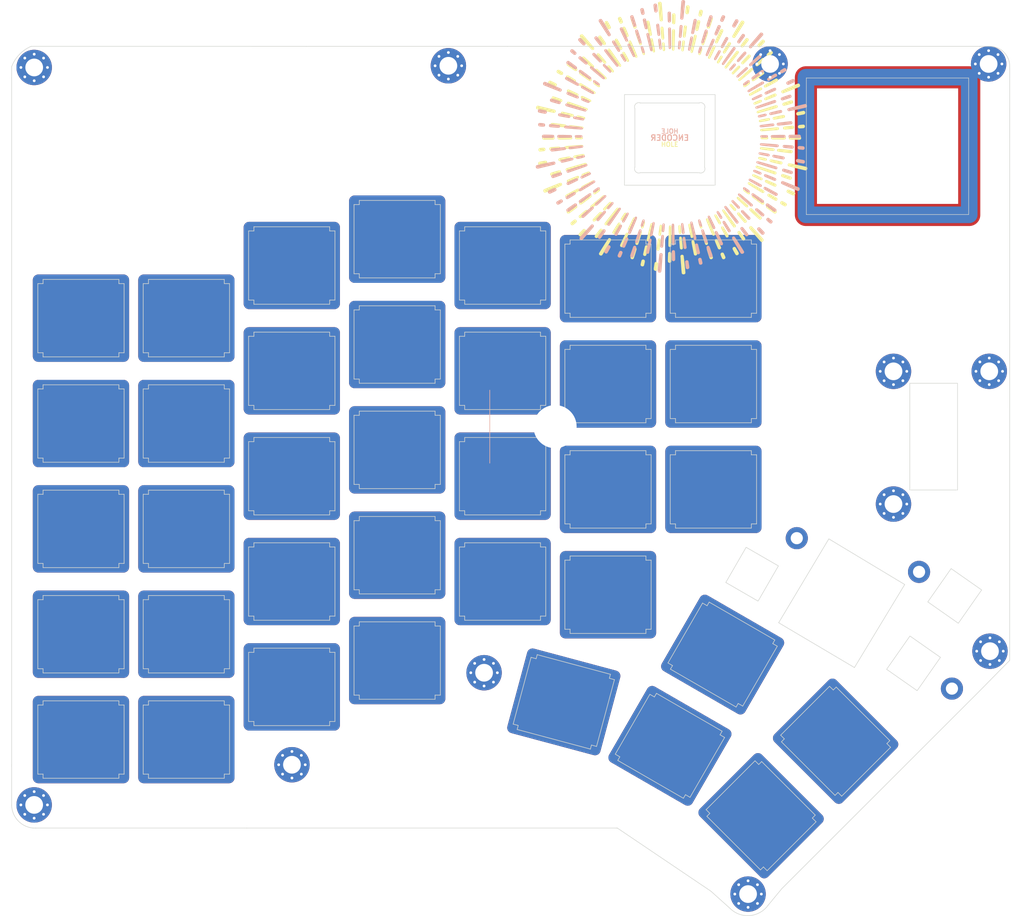
<source format=kicad_pcb>
(kicad_pcb (version 20211014) (generator pcbnew)
  (layers (0 "F.Cu" signal) (31 "B.Cu" signal) (34 "B.Paste" user) (35 "F.Paste" user) (36 "B.SilkS" user "B.Silkscreen") (37 "F.SilkS" user "F.Silkscreen") (38 "B.Mask" user) (39 "F.Mask" user) (44 "Edge.Cuts" user))
  (net 0 "")
  (net 1 "/SHIELD1")
  (net 2 "/SHIELD5")
  (net 3 "/SHIELD6")
  (net 4 "/SHIELD8")
  (net 5 "/SHIELD4")
  (net 8 "/SHIELD2")
  (net 9 "/SHIELD3")
  (net 10 "/SHIELD7")
  (net 11 "/SHIELD9")
  (net 12 "/SHIELD12")
  (footprint "Keebio-Parts:MX-Alps_Switch_Cutout" (layer "F.Cu") (at 47.163361 66.99924 180)
    (fp_text reference "SW32" hide)
    (fp_text value "SW_PUSH_LED" hide)
    (fp_line (start -6.85 6.25) (end -7.8 6.25) (layer "Edge.Cuts") (width 0.12))
    (fp_line (start 6.85 -7) (end 6.85 -6.25) (layer "Edge.Cuts") (width 0.12))
    (fp_line (start -7.8 6.25) (end -7.8 -6.25) (layer "Edge.Cuts") (width 0.12))
    (fp_line (start 7.8 -6.25) (end 7.8 6.25) (layer "Edge.Cuts") (width 0.12))
    (fp_line (start -6.85 -7) (end 6.85 -7) (layer "Edge.Cuts") (width 0.12))
    (fp_line (start -7.8 -6.25) (end -6.85 -6.25) (layer "Edge.Cuts") (width 0.12))
    (fp_line (start 7.8 6.25) (end 6.85 6.25) (layer "Edge.Cuts") (width 0.12))
    (fp_line (start -6.85 -6.25) (end -6.85 -7) (layer "Edge.Cuts") (width 0.12))
    (fp_line (start 6.85 6.25) (end 6.85 7) (layer "Edge.Cuts") (width 0.12))
    (fp_line (start 6.85 7) (end -6.85 7) (layer "Edge.Cuts") (width 0.12))
    (fp_line (start -6.85 7) (end -6.85 6.25) (layer "Edge.Cuts") (width 0.12))
    (fp_line (start 6.85 -6.25) (end 7.8 -6.25) (layer "Edge.Cuts") (width 0.12))
  )
  (footprint "Keebio-Parts:MX-Alps_Switch_Cutout" (layer "F.Cu") (at 142.413362 117.00549 180)
    (fp_text reference "SW10" hide)
    (fp_text value "SW_PUSH_LED" hide)
    (fp_line (start 6.85 -6.25) (end 7.8 -6.25) (layer "Edge.Cuts") (width 0.12))
    (fp_line (start -6.85 -7) (end 6.85 -7) (layer "Edge.Cuts") (width 0.12))
    (fp_line (start 6.85 7) (end -6.85 7) (layer "Edge.Cuts") (width 0.12))
    (fp_line (start 6.85 6.25) (end 6.85 7) (layer "Edge.Cuts") (width 0.12))
    (fp_line (start -6.85 6.25) (end -7.8 6.25) (layer "Edge.Cuts") (width 0.12))
    (fp_line (start 7.8 -6.25) (end 7.8 6.25) (layer "Edge.Cuts") (width 0.12))
    (fp_line (start -7.8 -6.25) (end -6.85 -6.25) (layer "Edge.Cuts") (width 0.12))
    (fp_line (start -6.85 7) (end -6.85 6.25) (layer "Edge.Cuts") (width 0.12))
    (fp_line (start -7.8 6.25) (end -7.8 -6.25) (layer "Edge.Cuts") (width 0.12))
    (fp_line (start -6.85 -6.25) (end -6.85 -7) (layer "Edge.Cuts") (width 0.12))
    (fp_line (start 6.85 -7) (end 6.85 -6.25) (layer "Edge.Cuts") (width 0.12))
    (fp_line (start 7.8 6.25) (end 6.85 6.25) (layer "Edge.Cuts") (width 0.12))
  )
  (footprint "DjinnFootprints:MountingHole_3.2mm_M3_Pad_Via" (layer "F.Cu") (at 211.315 76.61)
    (fp_text reference "DRILL4" hide)
    (fp_text value "Drill Mountpoint")
  )
  (footprint "DjinnFootprints:Speaker_Holes" (layer "F.Cu") (at 48.514 41.1734 180)
    (fp_text reference locked "BZ1" hide)
    (fp_text value locked "Buzzer" hide)
  )
  (footprint "Keebio-Parts:MX-Alps_Switch_Cutout" (layer "F.Cu") (at 47.163361 143.19924 180)
    (fp_text reference "SW37" hide)
    (fp_text value "SW_PUSH_LED" hide)
    (fp_line (start 6.85 -6.25) (end 7.8 -6.25) (layer "Edge.Cuts") (width 0.12))
    (fp_line (start -7.8 -6.25) (end -6.85 -6.25) (layer "Edge.Cuts") (width 0.12))
    (fp_line (start 7.8 -6.25) (end 7.8 6.25) (layer "Edge.Cuts") (width 0.12))
    (fp_line (start 6.85 7) (end -6.85 7) (layer "Edge.Cuts") (width 0.12))
    (fp_line (start 6.85 -7) (end 6.85 -6.25) (layer "Edge.Cuts") (width 0.12))
    (fp_line (start -6.85 -7) (end 6.85 -7) (layer "Edge.Cuts") (width 0.12))
    (fp_line (start -7.8 6.25) (end -7.8 -6.25) (layer "Edge.Cuts") (width 0.12))
    (fp_line (start -6.85 -6.25) (end -6.85 -7) (layer "Edge.Cuts") (width 0.12))
    (fp_line (start 6.85 6.25) (end 6.85 7) (layer "Edge.Cuts") (width 0.12))
    (fp_line (start -6.85 6.25) (end -7.8 6.25) (layer "Edge.Cuts") (width 0.12))
    (fp_line (start -6.85 7) (end -6.85 6.25) (layer "Edge.Cuts") (width 0.12))
    (fp_line (start 7.8 6.25) (end 6.85 6.25) (layer "Edge.Cuts") (width 0.12))
  )
  (footprint "Keebio-Parts:MX-Alps_Switch_Cutout" (layer "F.Cu") (at 104.313362 71.76174 180)
    (fp_text reference "SW18" hide)
    (fp_text value "SW_PUSH_LED" hide)
    (fp_line (start -6.85 6.25) (end -7.8 6.25) (layer "Edge.Cuts") (width 0.12))
    (fp_line (start -7.8 -6.25) (end -6.85 -6.25) (layer "Edge.Cuts") (width 0.12))
    (fp_line (start -6.85 -7) (end 6.85 -7) (layer "Edge.Cuts") (width 0.12))
    (fp_line (start -6.85 -6.25) (end -6.85 -7) (layer "Edge.Cuts") (width 0.12))
    (fp_line (start 6.85 -7) (end 6.85 -6.25) (layer "Edge.Cuts") (width 0.12))
    (fp_line (start 6.85 6.25) (end 6.85 7) (layer "Edge.Cuts") (width 0.12))
    (fp_line (start -6.85 7) (end -6.85 6.25) (layer "Edge.Cuts") (width 0.12))
    (fp_line (start 7.8 -6.25) (end 7.8 6.25) (layer "Edge.Cuts") (width 0.12))
    (fp_line (start 6.85 -6.25) (end 7.8 -6.25) (layer "Edge.Cuts") (width 0.12))
    (fp_line (start 6.85 7) (end -6.85 7) (layer "Edge.Cuts") (width 0.12))
    (fp_line (start -7.8 6.25) (end -7.8 -6.25) (layer "Edge.Cuts") (width 0.12))
    (fp_line (start 7.8 6.25) (end 6.85 6.25) (layer "Edge.Cuts") (width 0.12))
  )
  (footprint "Buzzard:M2_HOLE_PCB" (layer "F.Cu") (at 176.53 106.7816)
    (fp_text reference "TH2" hide)
    (fp_text value "HOLE")
  )
  (footprint "Keebio-Parts:MX-Alps_Switch_Cutout" (layer "F.Cu") (at 142.413362 97.95549 180)
    (fp_text reference locked "SW9" hide)
    (fp_text value "SW_PUSH_LED" hide)
    (fp_line (start -6.85 -6.25) (end -6.85 -7) (layer "Edge.Cuts") (width 0.12))
    (fp_line (start -7.8 6.25) (end -7.8 -6.25) (layer "Edge.Cuts") (width 0.12))
    (fp_line (start -6.85 7) (end -6.85 6.25) (layer "Edge.Cuts") (width 0.12))
    (fp_line (start -6.85 6.25) (end -7.8 6.25) (layer "Edge.Cuts") (width 0.12))
    (fp_line (start 7.8 -6.25) (end 7.8 6.25) (layer "Edge.Cuts") (width 0.12))
    (fp_line (start 6.85 6.25) (end 6.85 7) (layer "Edge.Cuts") (width 0.12))
    (fp_line (start 6.85 7) (end -6.85 7) (layer "Edge.Cuts") (width 0.12))
    (fp_line (start 6.85 -7) (end 6.85 -6.25) (layer "Edge.Cuts") (width 0.12))
    (fp_line (start -6.85 -7) (end 6.85 -7) (layer "Edge.Cuts") (width 0.12))
    (fp_line (start -7.8 -6.25) (end -6.85 -6.25) (layer "Edge.Cuts") (width 0.12))
    (fp_line (start 6.85 -6.25) (end 7.8 -6.25) (layer "Edge.Cuts") (width 0.12))
    (fp_line (start 7.8 6.25) (end 6.85 6.25) (layer "Edge.Cuts") (width 0.12))
  )
  (footprint "Keebio-Parts:MX-Alps_Switch_Cutout" (layer "F.Cu") (at 104.313362 128.91174 180)
    (fp_text reference "SW26" hide)
    (fp_text value "SW_PUSH_LED" hide)
    (fp_line (start -6.85 7) (end -6.85 6.25) (layer "Edge.Cuts") (width 0.12))
    (fp_line (start -7.8 6.25) (end -7.8 -6.25) (layer "Edge.Cuts") (width 0.12))
    (fp_line (start 7.8 -6.25) (end 7.8 6.25) (layer "Edge.Cuts") (width 0.12))
    (fp_line (start -7.8 -6.25) (end -6.85 -6.25) (layer "Edge.Cuts") (width 0.12))
    (fp_line (start 6.85 7) (end -6.85 7) (layer "Edge.Cuts") (width 0.12))
    (fp_line (start -6.85 -6.25) (end -6.85 -7) (layer "Edge.Cuts") (width 0.12))
    (fp_line (start 6.85 6.25) (end 6.85 7) (layer "Edge.Cuts") (width 0.12))
    (fp_line (start -6.85 6.25) (end -7.8 6.25) (layer "Edge.Cuts") (width 0.12))
    (fp_line (start 6.85 -7) (end 6.85 -6.25) (layer "Edge.Cuts") (width 0.12))
    (fp_line (start 6.85 -6.25) (end 7.8 -6.25) (layer "Edge.Cuts") (width 0.12))
    (fp_line (start 7.8 6.25) (end 6.85 6.25) (layer "Edge.Cuts") (width 0.12))
    (fp_line (start -6.85 -7) (end 6.85 -7) (layer "Edge.Cuts") (width 0.12))
  )
  (footprint "Keebio-Parts:MX-Alps_Switch_Cutout" (layer "F.Cu") (at 123.363362 57.47424 180)
    (fp_text reference "SW12" hide)
    (fp_text value "SW_PUSH_LED" hide)
    (fp_line (start -7.8 6.25) (end -7.8 -6.25) (layer "Edge.Cuts") (width 0.12))
    (fp_line (start 6.85 -6.25) (end 7.8 -6.25) (layer "Edge.Cuts") (width 0.12))
    (fp_line (start -6.85 6.25) (end -7.8 6.25) (layer "Edge.Cuts") (width 0.12))
    (fp_line (start 6.85 6.25) (end 6.85 7) (layer "Edge.Cuts") (width 0.12))
    (fp_line (start -6.85 7) (end -6.85 6.25) (layer "Edge.Cuts") (width 0.12))
    (fp_line (start 6.85 -7) (end 6.85 -6.25) (layer "Edge.Cuts") (width 0.12))
    (fp_line (start 6.85 7) (end -6.85 7) (layer "Edge.Cuts") (width 0.12))
    (fp_line (start 7.8 -6.25) (end 7.8 6.25) (layer "Edge.Cuts") (width 0.12))
    (fp_line (start -7.8 -6.25) (end -6.85 -6.25) (layer "Edge.Cuts") (width 0.12))
    (fp_line (start 7.8 6.25) (end 6.85 6.25) (layer "Edge.Cuts") (width 0.12))
    (fp_line (start -6.85 -7) (end 6.85 -7) (layer "Edge.Cuts") (width 0.12))
    (fp_line (start -6.85 -6.25) (end -6.85 -7) (layer "Edge.Cuts") (width 0.12))
  )
  (footprint "Keebio-Parts:MX-Alps_Switch_Cutout" (layer "F.Cu") (at 170.077215 156.969135 135)
    (fp_text reference "SW6" hide)
    (fp_text value "SW_PUSH_LED" hide)
    (fp_line (start -6.85 6.25) (end -7.8 6.25) (layer "Edge.Cuts") (width 0.12))
    (fp_line (start 6.85 -7) (end 6.85 -6.25) (layer "Edge.Cuts") (width 0.12))
    (fp_line (start -6.85 7) (end -6.85 6.25) (layer "Edge.Cuts") (width 0.12))
    (fp_line (start -6.85 -6.25) (end -6.85 -7) (layer "Edge.Cuts") (width 0.12))
    (fp_line (start 7.8 6.25) (end 6.85 6.25) (layer "Edge.Cuts") (width 0.12))
    (fp_line (start -6.85 -7) (end 6.85 -7) (layer "Edge.Cuts") (width 0.12))
    (fp_line (start -7.8 -6.25) (end -6.85 -6.25) (layer "Edge.Cuts") (width 0.12))
    (fp_line (start 6.85 7) (end -6.85 7) (layer "Edge.Cuts") (width 0.12))
    (fp_line (start 7.8 -6.25) (end 7.8 6.25) (layer "Edge.Cuts") (width 0.12))
    (fp_line (start 6.85 6.25) (end 6.85 7) (layer "Edge.Cuts") (width 0.12))
    (fp_line (start 6.85 -6.25) (end 7.8 -6.25) (layer "Edge.Cuts") (width 0.12))
    (fp_line (start -7.8 6.25) (end -7.8 -6.25) (layer "Edge.Cuts") (width 0.12))
  )
  (footprint "Keebio-Parts:MX-Alps_Switch_Cutout" (layer "F.Cu") (at 85.263362 57.47424 180)
    (fp_text reference "SW22" hide)
    (fp_text value "SW_PUSH_LED" hide)
    (fp_line (start -7.8 6.25) (end -7.8 -6.25) (layer "Edge.Cuts") (width 0.12))
    (fp_line (start 6.85 -7) (end 6.85 -6.25) (layer "Edge.Cuts") (width 0.12))
    (fp_line (start 7.8 6.25) (end 6.85 6.25) (layer "Edge.Cuts") (width 0.12))
    (fp_line (start -6.85 -7) (end 6.85 -7) (layer "Edge.Cuts") (width 0.12))
    (fp_line (start -6.85 7) (end -6.85 6.25) (layer "Edge.Cuts") (width 0.12))
    (fp_line (start 6.85 7) (end -6.85 7) (layer "Edge.Cuts") (width 0.12))
    (fp_line (start -7.8 -6.25) (end -6.85 -6.25) (layer "Edge.Cuts") (width 0.12))
    (fp_line (start -6.85 -6.25) (end -6.85 -7) (layer "Edge.Cuts") (width 0.12))
    (fp_line (start 6.85 6.25) (end 6.85 7) (layer "Edge.Cuts") (width 0.12))
    (fp_line (start 7.8 -6.25) (end 7.8 6.25) (layer "Edge.Cuts") (width 0.12))
    (fp_line (start 6.85 -6.25) (end 7.8 -6.25) (layer "Edge.Cuts") (width 0.12))
    (fp_line (start -6.85 6.25) (end -7.8 6.25) (layer "Edge.Cuts") (width 0.12))
  )
  (footprint "MountingHole:MountingHole_3.2mm_M3_Pad_Via" (layer "F.Cu") (at 194.008587 100.613623)
    (fp_text reference "DRILL13" hide)
    (fp_text value "Drill Mountpoint")
  )
  (footprint "Keebio-Parts:MX-Alps_Switch_Cutout" (layer "F.Cu") (at 85.263362 114.62424 180)
    (fp_text reference "SW25" hide)
    (fp_text value "SW_PUSH_LED" hide)
    (fp_line (start 6.85 7) (end -6.85 7) (layer "Edge.Cuts") (width 0.12))
    (fp_line (start 7.8 6.25) (end 6.85 6.25) (layer "Edge.Cuts") (width 0.12))
    (fp_line (start -7.8 -6.25) (end -6.85 -6.25) (layer "Edge.Cuts") (width 0.12))
    (fp_line (start -6.85 -6.25) (end -6.85 -7) (layer "Edge.Cuts") (width 0.12))
    (fp_line (start -7.8 6.25) (end -7.8 -6.25) (layer "Edge.Cuts") (width 0.12))
    (fp_line (start 6.85 -6.25) (end 7.8 -6.25) (layer "Edge.Cuts") (width 0.12))
    (fp_line (start 7.8 -6.25) (end 7.8 6.25) (layer "Edge.Cuts") (width 0.12))
    (fp_line (start 6.85 6.25) (end 6.85 7) (layer "Edge.Cuts") (width 0.12))
    (fp_line (start 6.85 -7) (end 6.85 -6.25) (layer "Edge.Cuts") (width 0.12))
    (fp_line (start -6.85 6.25) (end -7.8 6.25) (layer "Edge.Cuts") (width 0.12))
    (fp_line (start -6.85 7) (end -6.85 6.25) (layer "Edge.Cuts") (width 0.12))
    (fp_line (start -6.85 -7) (end 6.85 -7) (layer "Edge.Cuts") (width 0.12))
  )
  (footprint "libmodulo:SK8707-plate holet" (layer "F.Cu") (at 132.842 86.614 -90)
    (fp_text reference "U2" hide)
    (fp_text value "Hole")
  )
  (footprint "Keebio-Parts:MX-Alps_Switch_Cutout" (layer "F.Cu") (at 66.213362 105.09924 180)
    (fp_text reference "SW29" hide)
    (fp_text value "SW_PUSH_LED" hide)
    (fp_line (start -6.85 6.25) (end -7.8 6.25) (layer "Edge.Cuts") (width 0.12))
    (fp_line (start 6.85 7) (end -6.85 7) (layer "Edge.Cuts") (width 0.12))
    (fp_line (start 7.8 6.25) (end 6.85 6.25) (layer "Edge.Cuts") (width 0.12))
    (fp_line (start -7.8 -6.25) (end -6.85 -6.25) (layer "Edge.Cuts") (width 0.12))
    (fp_line (start -6.85 -7) (end 6.85 -7) (layer "Edge.Cuts") (width 0.12))
    (fp_line (start 6.85 -6.25) (end 7.8 -6.25) (layer "Edge.Cuts") (width 0.12))
    (fp_line (start 6.85 6.25) (end 6.85 7) (layer "Edge.Cuts") (width 0.12))
    (fp_line (start -7.8 6.25) (end -7.8 -6.25) (layer "Edge.Cuts") (width 0.12))
    (fp_line (start -6.85 7) (end -6.85 6.25) (layer "Edge.Cuts") (width 0.12))
    (fp_line (start -6.85 -6.25) (end -6.85 -7) (layer "Edge.Cuts") (width 0.12))
    (fp_line (start 7.8 -6.25) (end 7.8 6.25) (layer "Edge.Cuts") (width 0.12))
    (fp_line (start 6.85 -7) (end 6.85 -6.25) (layer "Edge.Cuts") (width 0.12))
  )
  (footprint "Buzzard:M2_HOLE_PCB" (layer "F.Cu") (at 204.5716 133.985)
    (fp_text reference "TH2" hide)
    (fp_text value "HOLE")
  )
  (footprint "Keebio-Parts:MX-Alps_Switch_Cutout" (layer "F.Cu") (at 104.313362 109.86174 180)
    (fp_text reference "SW20" hide)
    (fp_text value "SW_PUSH_LED" hide)
    (fp_line (start -6.85 -7) (end 6.85 -7) (layer "Edge.Cuts") (width 0.12))
    (fp_line (start 6.85 -7) (end 6.85 -6.25) (layer "Edge.Cuts") (width 0.12))
    (fp_line (start 7.8 6.25) (end 6.85 6.25) (layer "Edge.Cuts") (width 0.12))
    (fp_line (start -7.8 6.25) (end -7.8 -6.25) (layer "Edge.Cuts") (width 0.12))
    (fp_line (start -7.8 -6.25) (end -6.85 -6.25) (layer "Edge.Cuts") (width 0.12))
    (fp_line (start -6.85 -6.25) (end -6.85 -7) (layer "Edge.Cuts") (width 0.12))
    (fp_line (start 6.85 6.25) (end 6.85 7) (layer "Edge.Cuts") (width 0.12))
    (fp_line (start 7.8 -6.25) (end 7.8 6.25) (layer "Edge.Cuts") (width 0.12))
    (fp_line (start -6.85 6.25) (end -7.8 6.25) (layer "Edge.Cuts") (width 0.12))
    (fp_line (start 6.85 7) (end -6.85 7) (layer "Edge.Cuts") (width 0.12))
    (fp_line (start 6.85 -6.25) (end 7.8 -6.25) (layer "Edge.Cuts") (width 0.12))
    (fp_line (start -6.85 7) (end -6.85 6.25) (layer "Edge.Cuts") (width 0.12))
  )
  (footprint "Keebio-Parts:MX-Alps_Switch_Cutout" (layer "F.Cu") (at 85.263362 95.57424 180)
    (fp_text reference "SW24" hide)
    (fp_text value "SW_PUSH_LED" hide)
    (fp_line (start -6.85 7) (end -6.85 6.25) (layer "Edge.Cuts") (width 0.12))
    (fp_line (start -6.85 6.25) (end -7.8 6.25) (layer "Edge.Cuts") (width 0.12))
    (fp_line (start -6.85 -6.25) (end -6.85 -7) (layer "Edge.Cuts") (width 0.12))
    (fp_line (start 7.8 6.25) (end 6.85 6.25) (layer "Edge.Cuts") (width 0.12))
    (fp_line (start 7.8 -6.25) (end 7.8 6.25) (layer "Edge.Cuts") (width 0.12))
    (fp_line (start 6.85 6.25) (end 6.85 7) (layer "Edge.Cuts") (width 0.12))
    (fp_line (start 6.85 7) (end -6.85 7) (layer "Edge.Cuts") (width 0.12))
    (fp_line (start -7.8 6.25) (end -7.8 -6.25) (layer "Edge.Cuts") (width 0.12))
    (fp_line (start 6.85 -7) (end 6.85 -6.25) (layer "Edge.Cuts") (width 0.12))
    (fp_line (start 6.85 -6.25) (end 7.8 -6.25) (layer "Edge.Cuts") (width 0.12))
    (fp_line (start -7.8 -6.25) (end -6.85 -6.25) (layer "Edge.Cuts") (width 0.12))
    (fp_line (start -6.85 -7) (end 6.85 -7) (layer "Edge.Cuts") (width 0.12))
  )
  (footprint "DjinnFootprints:MountingHole_3.2mm_M3_Pad_Via" (layer "F.Cu") (at 113.5634 21.3614)
    (fp_text reference "DRILL5" hide)
    (fp_text value "Drill Mountpoint")
  )
  (footprint "MountingHole:MountingHole_3.2mm_M3_Pad_Via" (layer "F.Cu") (at 211.201 21.0312)
    (fp_text reference "DRILL6" hide)
    (fp_text value "Drill Mountpoint")
  )
  (footprint "MountingHole:MountingHole_3.2mm_M3_Pad_Via" (layer "F.Cu") (at 194.008589 76.613624)
    (fp_text reference "DRILL14" hide)
    (fp_text value "Drill Mountpoint")
  )
  (footprint "DjinnFootprints:MountingHole_3.2mm_M3_Pad_Via" (layer "F.Cu") (at 120.015 131.1148)
    (fp_text reference "DRILL12" hide)
    (fp_text value "Drill Mountpoint")
  )
  (footprint "DjinnFootprints:MountingHole_3.2mm_M3_Pad_Via" (layer "F.Cu") (at 85.2932 147.7518)
    (fp_text reference "DRILL9" hide)
    (fp_text value "Drill Mountpoint")
  )
  (footprint "Keebio-Parts:MX-Alps_Switch_Cutout" (layer "F.Cu") (at 123.363362 76.52424 180)
    (fp_text reference "SW13" hide)
    (fp_text value "SW_PUSH_LED" hide)
    (fp_line (start -6.85 -6.25) (end -6.85 -7) (layer "Edge.Cuts") (width 0.12))
    (fp_line (start 7.8 6.25) (end 6.85 6.25) (layer "Edge.Cuts") (width 0.12))
    (fp_line (start 6.85 -6.25) (end 7.8 -6.25) (layer "Edge.Cuts") (width 0.12))
    (fp_line (start 6.85 7) (end -6.85 7) (layer "Edge.Cuts") (width 0.12))
    (fp_line (start 6.85 6.25) (end 6.85 7) (layer "Edge.Cuts") (width 0.12))
    (fp_line (start -6.85 6.25) (end -7.8 6.25) (layer "Edge.Cuts") (width 0.12))
    (fp_line (start -7.8 6.25) (end -7.8 -6.25) (layer "Edge.Cuts") (width 0.12))
    (fp_line (start -7.8 -6.25) (end -6.85 -6.25) (layer "Edge.Cuts") (width 0.12))
    (fp_line (start -6.85 7) (end -6.85 6.25) (layer "Edge.Cuts") (width 0.12))
    (fp_line (start 6.85 -7) (end 6.85 -6.25) (layer "Edge.Cuts") (width 0.12))
    (fp_line (start 7.8 -6.25) (end 7.8 6.25) (layer "Edge.Cuts") (width 0.12))
    (fp_line (start -6.85 -7) (end 6.85 -7) (layer "Edge.Cuts") (width 0.12))
  )
  (footprint "DjinnFootprints:MountingHole_3.2mm_M3_Pad_Via" (layer "F.Cu") (at 211.445 127.215)
    (fp_text reference "DRILL7" hide)
    (fp_text value "Drill Mountpoint")
  )
  (footprint "Keebio-Parts:MX-Alps_Switch_Cutout" (layer "F.Cu") (at 161.463361 97.95549 180)
    (fp_text reference "SW3" hide)
    (fp_text value "SW_PUSH_LED" hide)
    (fp_line (start 6.85 7) (end -6.85 7) (layer "Edge.Cuts") (width 0.12))
    (fp_line (start 6.85 -6.25) (end 7.8 -6.25) (layer "Edge.Cuts") (width 0.12))
    (fp_line (start 6.85 -7) (end 6.85 -6.25) (layer "Edge.Cuts") (width 0.12))
    (fp_line (start -7.8 6.25) (end -7.8 -6.25) (layer "Edge.Cuts") (width 0.12))
    (fp_line (start -6.85 -7) (end 6.85 -7) (layer "Edge.Cuts") (width 0.12))
    (fp_line (start -6.85 -6.25) (end -6.85 -7) (layer "Edge.Cuts") (width 0.12))
    (fp_line (start 6.85 6.25) (end 6.85 7) (layer "Edge.Cuts") (width 0.12))
    (fp_line (start 7.8 6.25) (end 6.85 6.25) (layer "Edge.Cuts") (width 0.12))
    (fp_line (start -6.85 7) (end -6.85 6.25) (layer "Edge.Cuts") (width 0.12))
    (fp_line (start 7.8 -6.25) (end 7.8 6.25) (layer "Edge.Cuts") (width 0.12))
    (fp_line (start -6.85 6.25) (end -7.8 6.25) (layer "Edge.Cuts") (width 0.12))
    (fp_line (start -7.8 -6.25) (end -6.85 -6.25) (layer "Edge.Cuts") (width 0.12))
  )
  (footprint "Keebio-Parts:MX-Alps_Switch_Cutout" (layer "F.Cu") (at 104.313362 52.71174 180)
    (fp_text reference "SW17" hide)
    (fp_text value "SW_PUSH_LED" hide)
    (fp_line (start 6.85 -7) (end 6.85 -6.25) (layer "Edge.Cuts") (width 0.12))
    (fp_line (start -6.85 7) (end -6.85 6.25) (layer "Edge.Cuts") (width 0.12))
    (fp_line (start -6.85 -6.25) (end -6.85 -7) (layer "Edge.Cuts") (width 0.12))
    (fp_line (start 6.85 6.25) (end 6.85 7) (layer "Edge.Cuts") (width 0.12))
    (fp_line (start -6.85 -7) (end 6.85 -7) (layer "Edge.Cuts") (width 0.12))
    (fp_line (start -7.8 6.25) (end -7.8 -6.25) (layer "Edge.Cuts") (width 0.12))
    (fp_line (start 7.8 6.25) (end 6.85 6.25) (layer "Edge.Cuts") (width 0.12))
    (fp_line (start 6.85 7) (end -6.85 7) (layer "Edge.Cuts") (width 0.12))
    (fp_line (start 7.8 -6.25) (end 7.8 6.25) (layer "Edge.Cuts") (width 0.12))
    (fp_line (start -6.85 6.25) (end -7.8 6.25) (layer "Edge.Cuts") (width 0.12))
    (fp_line (start 6.85 -6.25) (end 7.8 -6.25) (layer "Edge.Cuts") (width 0.12))
    (fp_line (start -7.8 -6.25) (end -6.85 -6.25) (layer "Edge.Cuts") (width 0.12))
  )
  (footprint "Keebio-Parts:MX-Alps_Switch_Cutout" (layer "F.Cu") (at 163.130236 127.831957 150)
    (fp_text reference locked "SW11" hide)
    (fp_text value "SW_PUSH_LED" hide)
    (fp_line (start -6.85 -6.25) (end -6.85 -7) (layer "Edge.Cuts") (width 0.12))
    (fp_line (start -6.85 6.25) (end -7.8 6.25) (layer "Edge.Cuts") (width 0.12))
    (fp_line (start 6.85 -7) (end 6.85 -6.25) (layer "Edge.Cuts") (width 0.12))
    (fp_line (start -7.8 6.25) (end -7.8 -6.25) (layer "Edge.Cuts") (width 0.12))
    (fp_line (start 6.85 6.25) (end 6.85 7) (layer "Edge.Cuts") (width 0.12))
    (fp_line (start -6.85 -7) (end 6.85 -7) (layer "Edge.Cuts") (width 0.12))
    (fp_line (start 6.85 7) (end -6.85 7) (layer "Edge.Cuts") (width 0.12))
    (fp_line (start 6.85 -6.25) (end 7.8 -6.25) (layer "Edge.Cuts") (width 0.12))
    (fp_line (start -7.8 -6.25) (end -6.85 -6.25) (layer "Edge.Cuts") (width 0.12))
    (fp_line (start -6.85 7) (end -6.85 6.25) (layer "Edge.Cuts") (width 0.12))
    (fp_line (start 7.8 6.25) (end 6.85 6.25) (layer "Edge.Cuts") (width 0.12))
    (fp_line (start 7.8 -6.25) (end 7.8 6.25) (layer "Edge.Cuts") (width 0.12))
  )
  (footprint "Keebio-Parts:MX-Alps_Switch_Cutout" (layer "F.Cu") (at 134.42321 136.384287 165)
    (fp_text reference "SW21" hide)
    (fp_text value "SW_PUSH_LED" hide)
    (fp_line (start 7.8 6.25) (end 6.85 6.25) (layer "Edge.Cuts") (width 0.12))
    (fp_line (start -6.85 6.25) (end -7.8 6.25) (layer "Edge.Cuts") (width 0.12))
    (fp_line (start -7.8 -6.25) (end -6.85 -6.25) (layer "Edge.Cuts") (width 0.12))
    (fp_line (start 6.85 -7) (end 6.85 -6.25) (layer "Edge.Cuts") (width 0.12))
    (fp_line (start -6.85 -6.25) (end -6.85 -7) (layer "Edge.Cuts") (width 0.12))
    (fp_line (start 7.8 -6.25) (end 7.8 6.25) (layer "Edge.Cuts") (width 0.12))
    (fp_line (start -6.85 -7) (end 6.85 -7) (layer "Edge.Cuts") (width 0.12))
    (fp_line (start 6.85 -6.25) (end 7.8 -6.25) (layer "Edge.Cuts") (width 0.12))
    (fp_line (start -7.8 6.25) (end -7.8 -6.25) (layer "Edge.Cuts") (width 0.12))
    (fp_line (start 6.85 6.25) (end 6.85 7) (layer "Edge.Cuts") (width 0.12))
    (fp_line (start 6.85 7) (end -6.85 7) (layer "Edge.Cuts") (width 0.12))
    (fp_line (start -6.85 7) (end -6.85 6.25) (layer "Edge.Cuts") (width 0.12))
  )
  (footprint "Keebio-Parts:MX-Alps_Switch_Cutout" (layer "F.Cu") (at 123.363362 95.57424 180)
    (fp_text reference "SW14" hide)
    (fp_text value "SW_PUSH_LED" hide)
    (fp_line (start -7.8 -6.25) (end -6.85 -6.25) (layer "Edge.Cuts") (width 0.12))
    (fp_line (start -6.85 7) (end -6.85 6.25) (layer "Edge.Cuts") (width 0.12))
    (fp_line (start -6.85 -7) (end 6.85 -7) (layer "Edge.Cuts") (width 0.12))
    (fp_line (start 6.85 -7) (end 6.85 -6.25) (layer "Edge.Cuts") (width 0.12))
    (fp_line (start 6.85 -6.25) (end 7.8 -6.25) (layer "Edge.Cuts") (width 0.12))
    (fp_line (start 7.8 -6.25) (end 7.8 6.25) (layer "Edge.Cuts") (width 0.12))
    (fp_line (start 7.8 6.25) (end 6.85 6.25) (layer "Edge.Cuts") (width 0.12))
    (fp_line (start -6.85 6.25) (end -7.8 6.25) (layer "Edge.Cuts") (width 0.12))
    (fp_line (start -6.85 -6.25) (end -6.85 -7) (layer "Edge.Cuts") (width 0.12))
    (fp_line (start 6.85 6.25) (end 6.85 7) (layer "Edge.Cuts") (width 0.12))
    (fp_line (start -7.8 6.25) (end -7.8 -6.25) (layer "Edge.Cuts") (width 0.12))
    (fp_line (start 6.85 7) (end -6.85 7) (layer "Edge.Cuts") (width 0.12))
  )
  (footprint "Keebio-Parts:MX-Alps_Switch_Cutout" (layer "F.Cu") (at 47.163361 124.14924 180)
    (fp_text reference "SW35" hide)
    (fp_text value "SW_PUSH_LED" hide)
    (fp_line (start 6.85 -6.25) (end 7.8 -6.25) (layer "Edge.Cuts") (width 0.12))
    (fp_line (start -6.85 6.25) (end -7.8 6.25) (layer "Edge.Cuts") (width 0.12))
    (fp_line (start -7.8 -6.25) (end -6.85 -6.25) (layer "Edge.Cuts") (width 0.12))
    (fp_line (start 7.8 6.25) (end 6.85 6.25) (layer "Edge.Cuts") (width 0.12))
    (fp_line (start 7.8 -6.25) (end 7.8 6.25) (layer "Edge.Cuts") (width 0.12))
    (fp_line (start -6.85 -7) (end 6.85 -7) (layer "Edge.Cuts") (width 0.12))
    (fp_line (start -6.85 -6.25) (end -6.85 -7) (layer "Edge.Cuts") (width 0.12))
    (fp_line (start 6.85 6.25) (end 6.85 7) (layer "Edge.Cuts") (width 0.12))
    (fp_line (start -6.85 7) (end -6.85 6.25) (layer "Edge.Cuts") (width 0.12))
    (fp_line (start -7.8 6.25) (end -7.8 -6.25) (layer "Edge.Cuts") (width 0.12))
    (fp_line (start 6.85 -7) (end 6.85 -6.25) (layer "Edge.Cuts") (width 0.12))
    (fp_line (start 6.85 7) (end -6.85 7) (layer "Edge.Cuts") (width 0.12))
  )
  (footprint "reversible-kicad-footprints:MX-1U-EC11_Switch_Cutout" (layer "F.Cu") (at 153.5684 34.3916 180)
    (fp_text reference "SW38")
    (fp_text value "RotaryEncoder_Switch")
    (fp_line (start 5.3 6.3) (end -5.3 6.3) (layer "Edge.Cuts") (width 0.1))
    (fp_line (start -6.3 5.3) (end -6.3 -5.3) (layer "Edge.Cuts") (width 0.1))
    (fp_line (start 6.3 -5.3) (end 6.3 5.3) (layer "Edge.Cuts") (width 0.1))
    (fp_line (start -5.3 -6.3) (end 5.3 -6.3) (layer "Edge.Cuts") (width 0.1))
    (fp_arc (start -6.3 -5.3) (mid -6.138516 -6.138516) (end -5.3 -6.3) (layer "Edge.Cuts") (width 0.1))
    (fp_arc (start -5.3 6.3) (mid -6.138516 6.138516) (end -6.3 5.3) (layer "Edge.Cuts") (width 0.1))
    (fp_arc (start 6.3 5.3) (mid 6.138516 6.138516) (end 5.3 6.3) (layer "Edge.Cuts") (width 0.1))
    (fp_arc (start 5.3 -6.3) (mid 6.138516 -6.138516) (end 6.3 -5.3) (layer "Edge.Cuts") (width 0.1))
  )
  (footprint "Keebio-Parts:MX-Alps_Switch_Cutout" (layer "F.Cu") (at 142.413362 78.90549 180)
    (fp_text reference locked "SW8" hide)
    (fp_text value "SW_PUSH_LED" hide)
    (fp_line (start -6.85 6.25) (end -7.8 6.25) (layer "Edge.Cuts") (width 0.12))
    (fp_line (start 6.85 7) (end -6.85 7) (layer "Edge.Cuts") (width 0.12))
    (fp_line (start -7.8 6.25) (end -7.8 -6.25) (layer "Edge.Cuts") (width 0.12))
    (fp_line (start 6.85 -6.25) (end 7.8 -6.25) (layer "Edge.Cuts") (width 0.12))
    (fp_line (start -7.8 -6.25) (end -6.85 -6.25) (layer "Edge.Cuts") (width 0.12))
    (fp_line (start -6.85 -7) (end 6.85 -7) (layer "Edge.Cuts") (width 0.12))
    (fp_line (start -6.85 -6.25) (end -6.85 -7) (layer "Edge.Cuts") (width 0.12))
    (fp_line (start 7.8 6.25) (end 6.85 6.25) (layer "Edge.Cuts") (width 0.12))
    (fp_line (start -6.85 7) (end -6.85 6.25) (layer "Edge.Cuts") (width 0.12))
    (fp_line (start 7.8 -6.25) (end 7.8 6.25) (layer "Edge.Cuts") (width 0.12))
    (fp_line (start 6.85 6.25) (end 6.85 7) (layer "Edge.Cuts") (width 0.12))
    (fp_line (start 6.85 -7) (end 6.85 -6.25) (layer "Edge.Cuts") (width 0.12))
  )
  (footprint "Buzzard:M2_HOLE_PCB" (layer "F.Cu") (at 198.628 112.8776)
    (fp_text reference "TH2" hide)
    (fp_text value "HOLE")
  )
  (footprint "Keebio-Parts:MX-Alps_Switch_Cutout" (layer "F.Cu") (at 66.213362 86.04924 180)
    (fp_text reference "SW28" hide)
    (fp_text value "SW_PUSH_LED" hide)
    (fp_line (start -6.85 -7) (end 6.85 -7) (layer "Edge.Cuts") (width 0.12))
    (fp_line (start -6.85 7) (end -6.85 6.25) (layer "Edge.Cuts") (width 0.12))
    (fp_line (start 7.8 6.25) (end 6.85 6.25) (layer "Edge.Cuts") (width 0.12))
    (fp_line (start 6.85 6.25) (end 6.85 7) (layer "Edge.Cuts") (width 0.12))
    (fp_line (start 6.85 -6.25) (end 7.8 -6.25) (layer "Edge.Cuts") (width 0.12))
    (fp_line (start 7.8 -6.25) (end 7.8 6.25) (layer "Edge.Cuts") (width 0.12))
    (fp_line (start 6.85 7) (end -6.85 7) (layer "Edge.Cuts") (width 0.12))
    (fp_line (start -6.85 6.25) (end -7.8 6.25) (layer "Edge.Cuts") (width 0.12))
    (fp_line (start -7.8 -6.25) (end -6.85 -6.25) (layer "Edge.Cuts") (width 0.12))
    (fp_line (start -6.85 -6.25) (end -6.85 -7) (layer "Edge.Cuts") (width 0.12))
    (fp_line (start -7.8 6.25) (end -7.8 -6.25) (layer "Edge.Cuts") (width 0.12))
    (fp_line (start 6.85 -7) (end 6.85 -6.25) (layer "Edge.Cuts") (width 0.12))
  )
  (footprint "Keebio-Parts:MX-Alps_Switch_Cutout" (layer "F.Cu") (at 183.547599 143.498752 135)
    (fp_text reference "SW4" hide)
    (fp_text value "SW_PUSH_LED" hide)
    (fp_line (start 6.85 7) (end -6.85 7) (layer "Edge.Cuts") (width 0.12))
    (fp_line (start -7.8 6.25) (end -7.8 -6.25) (layer "Edge.Cuts") (width 0.12))
    (fp_line (start -6.85 -6.25) (end -6.85 -7) (layer "Edge.Cuts") (width 0.12))
    (fp_line (start 6.85 -6.25) (end 7.8 -6.25) (layer "Edge.Cuts") (width 0.12))
    (fp_line (start -6.85 7) (end -6.85 6.25) (layer "Edge.Cuts") (width 0.12))
    (fp_line (start 6.85 6.25) (end 6.85 7) (layer "Edge.Cuts") (width 0.12))
    (fp_line (start 6.85 -7) (end 6.85 -6.25) (layer "Edge.Cuts") (width 0.12))
    (fp_line (start -6.85 -7) (end 6.85 -7) (layer "Edge.Cuts") (width 0.12))
    (fp_line (start 7.8 -6.25) (end 7.8 6.25) (layer "Edge.Cuts") (width 0.12))
    (fp_line (start -7.8 -6.25) (end -6.85 -6.25) (layer "Edge.Cuts") (width 0.12))
    (fp_line (start 7.8 6.25) (end 6.85 6.25) (layer "Edge.Cuts") (width 0.12))
    (fp_line (start -6.85 6.25) (end -7.8 6.25) (layer "Edge.Cuts") (width 0.12))
  )
  (footprint "Keebio-Parts:MX-Alps_Switch_Cutout" (layer "F.Cu") (at 85.263362 76.52424 180)
    (fp_text reference "SW23" hide)
    (fp_text value "SW_PUSH_LED" hide)
    (fp_line (start 6.85 7) (end -6.85 7) (layer "Edge.Cuts") (width 0.12))
    (fp_line (start -6.85 -6.25) (end -6.85 -7) (layer "Edge.Cuts") (width 0.12))
    (fp_line (start -6.85 7) (end -6.85 6.25) (layer "Edge.Cuts") (width 0.12))
    (fp_line (start 7.8 6.25) (end 6.85 6.25) (layer "Edge.Cuts") (width 0.12))
    (fp_line (start -6.85 6.25) (end -7.8 6.25) (layer "Edge.Cuts") (width 0.12))
    (fp_line (start -7.8 6.25) (end -7.8 -6.25) (layer "Edge.Cuts") (width 0.12))
    (fp_line (start 6.85 6.25) (end 6.85 7) (layer "Edge.Cuts") (width 0.12))
    (fp_line (start -6.85 -7) (end 6.85 -7) (layer "Edge.Cuts") (width 0.12))
    (fp_line (start 7.8 -6.25) (end 7.8 6.25) (layer "Edge.Cuts") (width 0.12))
    (fp_line (start 6.85 -7) (end 6.85 -6.25) (layer "Edge.Cuts") (width 0.12))
    (fp_line (start 6.85 -6.25) (end 7.8 -6.25) (layer "Edge.Cuts") (width 0.12))
    (fp_line (start -7.8 -6.25) (end -6.85 -6.25) (layer "Edge.Cuts") (width 0.12))
  )
  (footprint "Keebio-Parts:MX-Alps_Switch_Cutout" (layer "F.Cu") (at 47.163361 105.099239 180)
    (fp_text reference "SW34" hide)
    (fp_text value "SW_PUSH_LED" hide)
    (fp_line (start -7.8 6.25) (end -7.8 -6.25) (layer "Edge.Cuts") (width 0.12))
    (fp_line (start -6.85 -6.25) (end -6.85 -7) (layer "Edge.Cuts") (width 0.12))
    (fp_line (start -7.8 -6.25) (end -6.85 -6.25) (layer "Edge.Cuts") (width 0.12))
    (fp_line (start 7.8 -6.25) (end 7.8 6.25) (layer "Edge.Cuts") (width 0.12))
    (fp_line (start -6.85 6.25) (end -7.8 6.25) (layer "Edge.Cuts") (width 0.12))
    (fp_line (start -6.85 7) (end -6.85 6.25) (layer "Edge.Cuts") (width 0.12))
    (fp_line (start 6.85 -7) (end 6.85 -6.25) (layer "Edge.Cuts") (width 0.12))
    (fp_line (start 6.85 -6.25) (end 7.8 -6.25) (layer "Edge.Cuts") (width 0.12))
    (fp_line (start 7.8 6.25) (end 6.85 6.25) (layer "Edge.Cuts") (width 0.12))
    (fp_line (start -6.85 -7) (end 6.85 -7) (layer "Edge.Cuts") (width 0.12))
    (fp_line (start 6.85 7) (end -6.85 7) (layer "Edge.Cuts") (width 0.12))
    (fp_line (start 6.85 6.25) (end 6.85 7) (layer "Edge.Cuts") (width 0.12))
  )
  (footprint "DjinnFootprints:MountingHole_3.2mm_M3_Pad_Via" (layer "F.Cu") (at 171.704 21.0312)
    (fp_text reference "DRILL11" hide)
    (fp_text value "Drill Mountpoint")
  )
  (footprint "DjinnFootprints:MountingHole_3.2mm_M3_Pad_Via" (layer "F.Cu") (at 38.7096 21.6662)
    (fp_text reference "DRILL3" hide)
    (fp_text value "Drill Mountpoint")
  )
  (footprint "Keebio-Parts:MX-Alps_Switch_Cutout" (layer "F.Cu") (at 123.363362 114.62424 180)
    (fp_text reference "SW15" hide)
    (fp_text value "SW_PUSH_LED" hide)
    (fp_line (start 7.8 6.25) (end 6.85 6.25) (layer "Edge.Cuts") (width 0.12))
    (fp_line (start -6.85 7) (end -6.85 6.25) (layer "Edge.Cuts") (width 0.12))
    (fp_line (start -6.85 -7) (end 6.85 -7) (layer "Edge.Cuts") (width 0.12))
    (fp_line (start -7.8 6.25) (end -7.8 -6.25) (layer "Edge.Cuts") (width 0.12))
    (fp_line (start 6.85 -7) (end 6.85 -6.25) (layer "Edge.Cuts") (width 0.12))
    (fp_line (start -7.8 -6.25) (end -6.85 -6.25) (layer "Edge.Cuts") (width 0.12))
    (fp_line (start -6.85 6.25) (end -7.8 6.25) (layer "Edge.Cuts") (width 0.12))
    (fp_line (start 6.85 7) (end -6.85 7) (layer "Edge.Cuts") (width 0.12))
    (fp_line (start -6.85 -6.25) (end -6.85 -7) (layer "Edge.Cuts") (width 0.12))
    (fp_line (start 7.8 -6.25) (end 7.8 6.25) (layer "Edge.Cuts") (width 0.12))
    (fp_line (start 6.85 -6.25) (end 7.8 -6.25) (layer "Edge.Cuts") (width 0.12))
    (fp_line (start 6.85 6.25) (end 6.85 7) (layer "Edge.Cuts") (width 0.12))
  )
  (footprint "Keebio-Parts:MX-Alps_Switch_Cutout" (layer "F.Cu") (at 161.463361 78.90549 180)
    (fp_text reference "SW2" hide)
    (fp_text value "SW_PUSH_LED" hide)
    (fp_line (start 6.85 -7) (end 6.85 -6.25) (layer "Edge.Cuts") (width 0.12))
    (fp_line (start -6.85 6.25) (end -7.8 6.25) (layer "Edge.Cuts") (width 0.12))
    (fp_line (start 7.8 6.25) (end 6.85 6.25) (layer "Edge.Cuts") (width 0.12))
    (fp_line (start -6.85 7) (end -6.85 6.25) (layer "Edge.Cuts") (width 0.12))
    (fp_line (start 7.8 -6.25) (end 7.8 6.25) (layer "Edge.Cuts") (width 0.12))
    (fp_line (start -7.8 6.25) (end -7.8 -6.25) (layer "Edge.Cuts") (width 0.12))
    (fp_line (start -6.85 -7) (end 6.85 -7) (layer "Edge.Cuts") (width 0.12))
    (fp_line (start 6.85 -6.25) (end 7.8 -6.25) (layer "Edge.Cuts") (width 0.12))
    (fp_line (start -6.85 -6.25) (end -6.85 -7) (layer "Edge.Cuts") (width 0.12))
    (fp_line (start 6.85 6.25) (end 6.85 7) (layer "Edge.Cuts") (width 0.12))
    (fp_line (start 6.85 7) (end -6.85 7) (layer "Edge.Cuts") (width 0.12))
    (fp_line (start -7.8 -6.25) (end -6.85 -6.25) (layer "Edge.Cuts") (width 0.12))
  )
  (footprint "Keebio-Parts:MX-Alps_Switch_Cutout" (layer "F.Cu") (at 85.263362 133.67424 180)
    (fp_text reference "SW31" hide)
    (fp_text value "SW_PUSH_LED" hide)
    (fp_line (start -6.85 -7) (end 6.85 -7) (layer "Edge.Cuts") (width 0.12))
    (fp_line (start -7.8 6.25) (end -7.8 -6.25) (layer "Edge.Cuts") (width 0.12))
    (fp_line (start 7.8 6.25) (end 6.85 6.25) (layer "Edge.Cuts") (width 0.12))
    (fp_line (start -6.85 6.25) (end -7.8 6.25) (layer "Edge.Cuts") (width 0.12))
    (fp_line (start -6.85 7) (end -6.85 6.25) (layer "Edge.Cuts") (width 0.12))
    (fp_line (start 6.85 -7) (end 6.85 -6.25) (layer "Edge.Cuts") (width 0.12))
    (fp_line (start 7.8 -6.25) (end 7.8 6.25) (layer "Edge.Cuts") (width 0.12))
    (fp_line (start 6.85 -6.25) (end 7.8 -6.25) (layer "Edge.Cuts") (width 0.12))
    (fp_line (start 6.85 6.25) (end 6.85 7) (layer "Edge.Cuts") (width 0.12))
    (fp_line (start 6.85 7) (end -6.85 7) (layer "Edge.Cuts") (width 0.12))
    (fp_line (start -6.85 -6.25) (end -6.85 -7) (layer "Edge.Cuts") (width 0.12))
    (fp_line (start -7.8 -6.25) (end -6.85 -6.25) (layer "Edge.Cuts") (width 0.12))
  )
  (footprint "Keebio-Parts:MX-Alps_Switch_Cutout" (layer "F.Cu") (at 104.313362 90.81174 180)
    (fp_text reference "SW19" hide)
    (fp_text value "SW_PUSH_LED" hide)
    (fp_line (start -6.85 -7) (end 6.85 -7) (layer "Edge.Cuts") (width 0.12))
    (fp_line (start 7.8 -6.25) (end 7.8 6.25) (layer "Edge.Cuts") (width 0.12))
    (fp_line (start -7.8 6.25) (end -7.8 -6.25) (layer "Edge.Cuts") (width 0.12))
    (fp_line (start -6.85 6.25) (end -7.8 6.25) (layer "Edge.Cuts") (width 0.12))
    (fp_line (start 6.85 -7) (end 6.85 -6.25) (layer "Edge.Cuts") (width 0.12))
    (fp_line (start -7.8 -6.25) (end -6.85 -6.25) (layer "Edge.Cuts") (width 0.12))
    (fp_line (start 6.85 6.25) (end 6.85 7) (layer "Edge.Cuts") (width 0.12))
    (fp_line (start 7.8 6.25) (end 6.85 6.25) (layer "Edge.Cuts") (width 0.12))
    (fp_line (start 6.85 7) (end -6.85 7) (layer "Edge.Cuts") (width 0.12))
    (fp_line (start -6.85 -6.25) (end -6.85 -7) (layer "Edge.Cuts") (width 0.12))
    (fp_line (start -6.85 7) (end -6.85 6.25) (layer "Edge.Cuts") (width 0.12))
    (fp_line (start 6.85 -6.25) (end 7.8 -6.25) (layer "Edge.Cuts") (width 0.12))
  )
  (footprint "Keebio-Parts:MX-Alps_Switch_Cutout" (layer "F.Cu") (at 66.213362 124.14924 180)
    (fp_text reference "SW30" hide)
    (fp_text value "SW_PUSH_LED" hide)
    (fp_line (start -6.85 -6.25) (end -6.85 -7) (layer "Edge.Cuts") (width 0.12))
    (fp_line (start 7.8 -6.25) (end 7.8 6.25) (layer "Edge.Cuts") (width 0.12))
    (fp_line (start -7.8 -6.25) (end -6.85 -6.25) (layer "Edge.Cuts") (width 0.12))
    (fp_line (start -6.85 7) (end -6.85 6.25) (layer "Edge.Cuts") (width 0.12))
    (fp_line (start 6.85 -7) (end 6.85 -6.25) (layer "Edge.Cuts") (width 0.12))
    (fp_line (start 7.8 6.25) (end 6.85 6.25) (layer "Edge.Cuts") (width 0.12))
    (fp_line (start -6.85 -7) (end 6.85 -7) (layer "Edge.Cuts") (width 0.12))
    (fp_line (start 6.85 -6.25) (end 7.8 -6.25) (layer "Edge.Cuts") (width 0.12))
    (fp_line (start -7.8 6.25) (end -7.8 -6.25) (layer "Edge.Cuts") (width 0.12))
    (fp_line (start -6.85 6.25) (end -7.8 6.25) (layer "Edge.Cuts") (width 0.12))
    (fp_line (start 6.85 7) (end -6.85 7) (layer "Edge.Cuts") (width 0.12))
    (fp_line (start 6.85 6.25) (end 6.85 7) (layer "Edge.Cuts") (width 0.12))
  )
  (footprint "DjinnFootprints:MountingHole_3.2mm_M3_Pad_Via" (layer "F.Cu") (at 38.702262 155.01504)
    (fp_text reference "DRILL1" hide)
    (fp_text value "Drill Mountpoint")
  )
  (footprint "Keebio-Parts:MX-Alps_Switch_Cutout" (layer "F.Cu") (at 161.463361 59.85549 180)
    (fp_text reference "SW1" hide)
    (fp_text value "SW_PUSH_LED" hide)
    (fp_line (start -6.85 7) (end -6.85 6.25) (layer "Edge.Cuts") (width 0.12))
    (fp_line (start 6.85 -6.25) (end 7.8 -6.25) (layer "Edge.Cuts") (width 0.12))
    (fp_line (start -7.8 -6.25) (end -6.85 -6.25) (layer "Edge.Cuts") (width 0.12))
    (fp_line (start -6.85 6.25) (end -7.8 6.25) (layer "Edge.Cuts") (width 0.12))
    (fp_line (start 6.85 6.25) (end 6.85 7) (layer "Edge.Cuts") (width 0.12))
    (fp_line (start -7.8 6.25) (end -7.8 -6.25) (layer "Edge.Cuts") (width 0.12))
    (fp_line (start 7.8 -6.25) (end 7.8 6.25) (layer "Edge.Cuts") (width 0.12))
    (fp_line (start -6.85 -7) (end 6.85 -7) (layer "Edge.Cuts") (width 0.12))
    (fp_line (start 6.85 -7) (end 6.85 -6.25) (layer "Edge.Cuts") (width 0.12))
    (fp_line (start -6.85 -6.25) (end -6.85 -7) (layer "Edge.Cuts") (width 0.12))
    (fp_line (start 7.8 6.25) (end 6.85 6.25) (layer "Edge.Cuts") (width 0.12))
    (fp_line (start 6.85 7) (end -6.85 7) (layer "Edge.Cuts") (width 0.12))
  )
  (footprint "Keebio-Parts:MX-Alps_Switch_Cutout" (layer "F.Cu") (at 66.213362 143.19924 180)
    (fp_text reference "SW36" hide)
    (fp_text value "SW_PUSH_LED" hide)
    (fp_line (start 6.85 -6.25) (end 7.8 -6.25) (layer "Edge.Cuts") (width 0.12))
    (fp_line (start 7.8 6.25) (end 6.85 6.25) (layer "Edge.Cuts") (width 0.12))
    (fp_line (start -6.85 7) (end -6.85 6.25) (layer "Edge.Cuts") (width 0.12))
    (fp_line (start 6.85 7) (end -6.85 7) (layer "Edge.Cuts") (width 0.12))
    (fp_line (start -7.8 6.25) (end -7.8 -6.25) (layer "Edge.Cuts") (width 0.12))
    (fp_line (start -7.8 -6.25) (end -6.85 -6.25) (layer "Edge.Cuts") (width 0.12))
    (fp_line (start -6.85 -7) (end 6.85 -7) (layer "Edge.Cuts") (width 0.12))
    (fp_line (start -6.85 6.25) (end -7.8 6.25) (layer "Edge.Cuts") (width 0.12))
    (fp_line (start 6.85 -7) (end 6.85 -6.25) (layer "Edge.Cuts") (width 0.12))
    (fp_line (start -6.85 -6.25) (end -6.85 -7) (layer "Edge.Cuts") (width 0.12))
    (fp_line (start 6.85 6.25) (end 6.85 7) (layer "Edge.Cuts") (width 0.12))
    (fp_line (start 7.8 -6.25) (end 7.8 6.25) (layer "Edge.Cuts") (width 0.12))
  )
  (footprint "LOGO" (layer "F.Cu") (at 154.176465 34.58715)
    (fp_text reference "LOGO2" hide)
    (fp_text value "LOGO" hide)
  )
  (footprint "Keebio-Parts:MX-Alps_Switch_Cutout" (layer "F.Cu") (at 153.605236 144.32974 150)
    (fp_text reference "SW16" hide)
    (fp_text value "SW_PUSH_LED" hide)
    (fp_line (start -6.85 6.25) (end -7.8 6.25) (layer "Edge.Cuts") (width 0.12))
    (fp_line (start 6.85 -7) (end 6.85 -6.25) (layer "Edge.Cuts") (width 0.12))
    (fp_line (start 6.85 7) (end -6.85 7) (layer "Edge.Cuts") (width 0.12))
    (fp_line (start 6.85 6.25) (end 6.85 7) (layer "Edge.Cuts") (width 0.12))
    (fp_line (start 6.85 -6.25) (end 7.8 -6.25) (layer "Edge.Cuts") (width 0.12))
    (fp_line (start -7.8 6.25) (end -7.8 -6.25) (layer "Edge.Cuts") (width 0.12))
    (fp_line (start -6.85 7) (end -6.85 6.25) (layer "Edge.Cuts") (width 0.12))
    (fp_line (start -7.8 -6.25) (end -6.85 -6.25) (layer "Edge.Cuts") (width 0.12))
    (fp_line (start 7.8 -6.25) (end 7.8 6.25) (layer "Edge.Cuts") (width 0.12))
    (fp_line (start -6.85 -7) (end 6.85 -7) (layer "Edge.Cuts") (width 0.12))
    (fp_line (start 7.8 6.25) (end 6.85 6.25) (layer "Edge.Cuts") (width 0.12))
    (fp_line (start -6.85 -6.25) (end -6.85 -7) (layer "Edge.Cuts") (width 0.12))
  )
  (footprint "Keebio-Parts:MX-Alps_Switch_Cutout" (layer "F.Cu") (at 47.163361 86.049239 180)
    (fp_text reference "SW33" hide)
    (fp_text value "SW_PUSH_LED" hide)
    (fp_line (start -6.85 -7) (end 6.85 -7) (layer "Edge.Cuts") (width 0.12))
    (fp_line (start -7.8 6.25) (end -7.8 -6.25) (layer "Edge.Cuts") (width 0.12))
    (fp_line (start -6.85 7) (end -6.85 6.25) (layer "Edge.Cuts") (width 0.12))
    (fp_line (start 7.8 -6.25) (end 7.8 6.25) (layer "Edge.Cuts") (width 0.12))
    (fp_line (start -6.85 6.25) (end -7.8 6.25) (layer "Edge.Cuts") (width 0.12))
    (fp_line (start -7.8 -6.25) (end -6.85 -6.25) (layer "Edge.Cuts") (width 0.12))
    (fp_line (start 6.85 -7) (end 6.85 -6.25) (layer "Edge.Cuts") (width 0.12))
    (fp_line (start 7.8 6.25) (end 6.85 6.25) (layer "Edge.Cuts") (width 0.12))
    (fp_line (start -6.85 -6.25) (end -6.85 -7) (layer "Edge.Cuts") (width 0.12))
    (fp_line (start 6.85 6.25) (end 6.85 7) (layer "Edge.Cuts") (width 0.12))
    (fp_line (start 6.85 7) (end -6.85 7) (layer "Edge.Cuts") (width 0.12))
    (fp_line (start 6.85 -6.25) (end 7.8 -6.25) (layer "Edge.Cuts") (width 0.12))
  )
  (footprint "Keebio-Parts:MX-Alps_Switch_Cutout" (layer "F.Cu") (at 142.413362 59.85549 180)
    (fp_text reference locked "SW7" hide)
    (fp_text value "SW_PUSH_LED" hide)
    (fp_line (start -6.85 -6.25) (end -6.85 -7) (layer "Edge.Cuts") (width 0.12))
    (fp_line (start -6.85 -7) (end 6.85 -7) (layer "Edge.Cuts") (width 0.12))
    (fp_line (start 6.85 -7) (end 6.85 -6.25) (layer "Edge.Cuts") (width 0.12))
    (fp_line (start 6.85 6.25) (end 6.85 7) (layer "Edge.Cuts") (width 0.12))
    (fp_line (start 7.8 -6.25) (end 7.8 6.25) (layer "Edge.Cuts") (width 0.12))
    (fp_line (start 6.85 7) (end -6.85 7) (layer "Edge.Cuts") (width 0.12))
    (fp_line (start -7.8 -6.25) (end -6.85 -6.25) (layer "Edge.Cuts") (width 0.12))
    (fp_line (start -7.8 6.25) (end -7.8 -6.25) (layer "Edge.Cuts") (width 0.12))
    (fp_line (start -6.85 6.25) (end -7.8 6.25) (layer "Edge.Cuts") (width 0.12))
    (fp_line (start 6.85 -6.25) (end 7.8 -6.25) (layer "Edge.Cuts") (width 0.12))
    (fp_line (start -6.85 7) (end -6.85 6.25) (layer "Edge.Cuts") (width 0.12))
    (fp_line (start 7.8 6.25) (end 6.85 6.25) (layer "Edge.Cuts") (width 0.12))
  )
  (footprint "Keebio-Parts:MX-Alps_Switch_Cutout" (layer "F.Cu") (at 66.213362 66.99924 180)
    (fp_text reference "SW27" hide)
    (fp_text value "SW_PUSH_LED" hide)
    (fp_line (start 7.8 -6.25) (end 7.8 6.25) (layer "Edge.Cuts") (width 0.12))
    (fp_line (start 6.85 6.25) (end 6.85 7) (layer "Edge.Cuts") (width 0.12))
    (fp_line (start -6.85 6.25) (end -7.8 6.25) (layer "Edge.Cuts") (width 0.12))
    (fp_line (start -7.8 -6.25) (end -6.85 -6.25) (layer "Edge.Cuts") (width 0.12))
    (fp_line (start -6.85 7) (end -6.85 6.25) (layer "Edge.Cuts") (width 0.12))
    (fp_line (start -6.85 -6.25) (end -6.85 -7) (layer "Edge.Cuts") (width 0.12))
    (fp_line (start -7.8 6.25) (end -7.8 -6.25) (layer "Edge.Cuts") (width 0.12))
    (fp_line (start 6.85 7) (end -6.85 7) (layer "Edge.Cuts") (width 0.12))
    (fp_line (start 7.8 6.25) (end 6.85 6.25) (layer "Edge.Cuts") (width 0.12))
    (fp_line (start 6.85 -7) (end 6.85 -6.25) (layer "Edge.Cuts") (width 0.12))
    (fp_line (start 6.85 -6.25) (end 7.8 -6.25) (layer "Edge.Cuts") (width 0.12))
    (fp_line (start -6.85 -7) (end 6.85 -7) (layer "Edge.Cuts") (width 0.12))
  )
  (footprint "LOGO" (layer "B.Cu") (at 153.6126 34.2784 180)
    (fp_text reference "LOGO1" hide)
    (fp_text value "LOGO" hide)
  )
  (footprint "DjinnFootprints:MountingHole_3.2mm_M3_Pad_Via" (layer "B.Cu") (at 167.726662 171.13864 180)
    (fp_text reference "DRILL8" hide)
    (fp_text value "Drill Mountpoint")
  )
  (gr_rect (start 178.181 48.3362) (end 207.6958 23.4442) (layer "F.Cu") (width 4) (fill none))
  (gr_rect (start 178.181 23.4188) (end 207.6958 48.3108) (layer "B.Cu") (width 3) (fill none))
  (gr_line (start 161.011353 170.619121) (end 144.0942 159.197686) (layer "Edge.Cuts") (width 0.1))
  (gr_line (start 124.2568 17.84724) (end 209.585862 17.84724) (layer "Edge.Cuts") (width 0.1))
  (gr_line (start 34.632262 147.71504) (end 34.632262 23.54522) (layer "Edge.Cuts") (width 0.1))
  (gr_line (start 215.015 23.66) (end 215.015 21.66) (layer "Edge.Cuts") (width 0.1))
  (gr_poly (pts (xy 200.206263 118.303772) (xy 204.422397 112.282509) (xy 209.938724 116.145093) (xy 205.722602 122.166343)) (layer "Edge.Cuts") (width 0.1) (fill none))
  (gr_arc (start 38.477014 159.19504) (mid 35.767536 157.849247) (end 34.632262 155.04504) (layer "Edge.Cuts") (width 0.1))
  (gr_line (start 215.011 128.875) (end 215.011 124.81) (layer "Edge.Cuts") (width 0.1))
  (gr_line (start 173.2534 122.0724) (end 186.944 130.175) (layer "Edge.Cuts") (width 0.1))
  (gr_line (start 38.884908 159.197686) (end 39.050262 159.197686) (layer "Edge.Cuts") (width 0.1))
  (gr_line (start 178.2572 48.2584) (end 178.2572 23.5712) (layer "Edge.Cuts") (width 0.1))
  (gr_line (start 34.632262 147.96504) (end 34.632262 147.71504) (layer "Edge.Cuts") (width 0.1))
  (gr_arc (start 34.632262 21.54522) (mid 36.0172 19.3332) (end 38.161261 17.84522) (layer "Edge.Cuts") (width 0.1))
  (gr_line (start 209.585862 134.39504) (end 215.011 128.875) (layer "Edge.Cuts") (width 0.1))
  (gr_poly (pts (xy 192.764063 130.495772) (xy 196.980197 124.474509) (xy 202.496524 128.337093) (xy 198.280402 134.358343)) (layer "Edge.Cuts") (width 0.1) (fill none))
  (gr_line (start 178.2572 23.5712) (end 207.5942 23.5712) (layer "Edge.Cuts") (width 0.1))
  (gr_line (start 215.011 88.519) (end 215.011 124.81) (layer "Edge.Cuts") (width 0.1))
  (gr_line (start 182.3212 106.9086) (end 173.2534 122.0724) (layer "Edge.Cuts") (width 0.1))
  (gr_line (start 87.8586 17.84724) (end 124.2568 17.84724) (layer "Edge.Cuts") (width 0.1))
  (gr_poly (pts (xy 163.700602 114.796352) (xy 167.375901 108.430548) (xy 173.207882 111.797645) (xy 169.532585 118.163449)) (layer "Edge.Cuts") (width 0.1) (fill none))
  (gr_line (start 34.632262 23.54522) (end 34.632262 21.54522) (layer "Edge.Cuts") (width 0.1))
  (gr_line (start 164.448736 173.709485) (end 161.011353 170.619121) (layer "Edge.Cuts") (width 0.1))
  (gr_line (start 143.9672 159.197686) (end 144.0942 159.197686) (layer "Edge.Cuts") (width 0.1))
  (gr_line (start 215.011 88.519) (end 215.015 23.66) (layer "Edge.Cuts") (width 0.1))
  (gr_line (start 209.585862 17.84724) (end 211.4042 17.84724) (layer "Edge.Cuts") (width 0.1))
  (gr_rect (start 196.955062 78.77284) (end 205.585662 98.07144) (layer "Edge.Cuts") (width 0.1) (fill none))
  (gr_arc (start 211.4042 17.84724) (mid 214.029796 18.97687) (end 215.015 21.66) (layer "Edge.Cuts") (width 0.1))
  (gr_rect (start 145.3896 26.5684) (end 161.7726 42.9514) (layer "Edge.Cuts") (width 0.1) (fill none))
  (gr_line (start 186.944 130.175) (end 186.9948 130.0988) (layer "Edge.Cuts") (width 0.1))
  (gr_line (start 87.8586 17.84724) (end 38.161261 17.84522) (layer "Edge.Cuts") (width 0.1))
  (gr_line (start 207.5942 23.5712) (end 207.5942 48.2584) (layer "Edge.Cuts") (width 0.1))
  (gr_line (start 178.2572 48.2584) (end 207.5942 48.2584) (layer "Edge.Cuts") (width 0.1))
  (gr_line (start 171.347119 173.161102) (end 173.823764 170.158343) (layer "Edge.Cuts") (width 0.1))
  (gr_line (start 186.9948 130.0988) (end 196.0372 115.1636) (layer "Edge.Cuts") (width 0.1))
  (gr_line (start 77.137262 159.197686) (end 143.9672 159.197686) (layer "Edge.Cuts") (width 0.1))
  (gr_line (start 34.632262 147.96504) (end 34.632262 155.04504) (layer "Edge.Cuts") (width 0.1))
  (gr_line (start 173.823764 170.158343) (end 209.585862 134.39504) (layer "Edge.Cuts") (width 0.1))
  (gr_line (start 39.050262 159.197686) (end 77.137262 159.197686) (layer "Edge.Cuts") (width 0.1))
  (gr_line (start 196.0372 115.1636) (end 182.3212 106.9086) (layer "Edge.Cuts") (width 0.1))
  (gr_arc (start 171.347119 173.161102) (mid 168.024462 175.02704) (end 164.448736 173.709485) (layer "Edge.Cuts") (width 0.1))
  (gr_line (start 38.884908 159.197686) (end 38.477014 159.19504) (layer "Edge.Cuts") (width 0.1))
)
</source>
